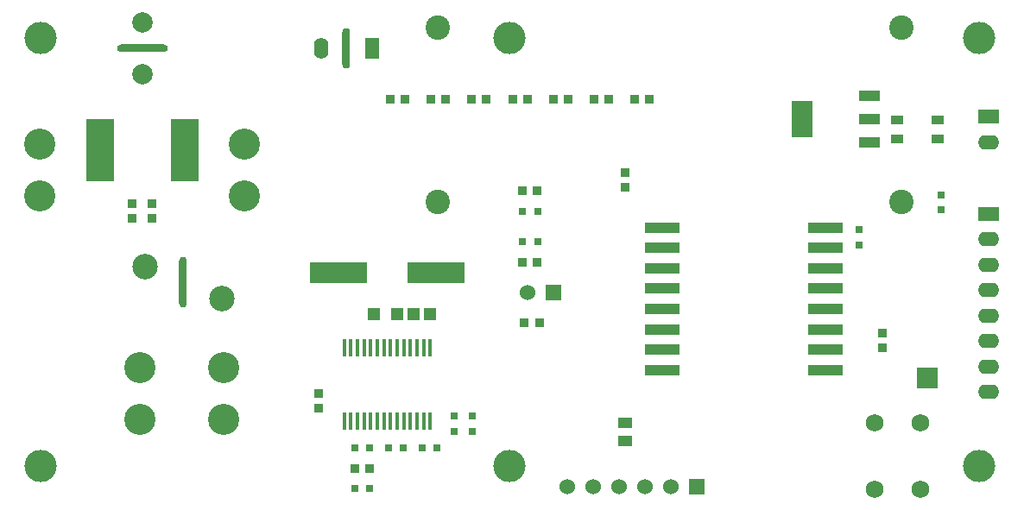
<source format=gts>
G04 #@! TF.FileFunction,Soldermask,Top*
%FSLAX46Y46*%
G04 Gerber Fmt 4.6, Leading zero omitted, Abs format (unit mm)*
G04 Created by KiCad (PCBNEW (2015-08-16 BZR 6096)-product) date Wed 23 Sep 2015 10:28:05 PDT*
%MOMM*%
G01*
G04 APERTURE LIST*
%ADD10C,0.152400*%
%ADD11R,1.300000X0.900000*%
%ADD12R,0.800000X0.800000*%
%ADD13R,2.100000X1.400000*%
%ADD14O,2.100000X1.400000*%
%ADD15R,1.524000X1.524000*%
%ADD16C,1.524000*%
%ADD17R,0.950000X0.950000*%
%ADD18R,2.700000X6.200000*%
%ADD19R,1.400000X1.100000*%
%ADD20C,1.750000*%
%ADD21R,2.032000X2.032000*%
%ADD22R,1.270000X1.270000*%
%ADD23R,2.032000X3.657600*%
%ADD24R,2.032000X1.016000*%
%ADD25R,0.400000X1.750000*%
%ADD26R,3.500000X1.000000*%
%ADD27R,5.600000X2.100000*%
%ADD28R,1.400000X2.100000*%
%ADD29O,1.400000X2.100000*%
%ADD30O,0.762000X4.000000*%
%ADD31C,1.998980*%
%ADD32O,5.000000X0.762000*%
%ADD33C,2.500000*%
%ADD34O,0.762000X5.000000*%
%ADD35C,3.048000*%
%ADD36C,3.175000*%
%ADD37C,2.400000*%
G04 APERTURE END LIST*
D10*
D11*
X201990000Y-87047500D03*
X201990000Y-88952500D03*
X197990000Y-87047500D03*
X197990000Y-88952500D03*
D12*
X151396000Y-119263000D03*
X152896000Y-119263000D03*
X148094000Y-119263000D03*
X149594000Y-119263000D03*
X161250000Y-96010000D03*
X162750000Y-96010000D03*
X161250000Y-99010000D03*
X162750000Y-99010000D03*
X144792000Y-123200000D03*
X146292000Y-123200000D03*
X146292000Y-119243000D03*
X144792000Y-119243000D03*
X156327000Y-116090000D03*
X156327000Y-117590000D03*
X154549000Y-116090000D03*
X154549000Y-117590000D03*
X202321000Y-95873000D03*
X202321000Y-94373000D03*
X194249200Y-97802000D03*
X194249200Y-99302000D03*
D13*
X207000000Y-86750000D03*
D14*
X207000000Y-89250000D03*
D15*
X164270000Y-104000000D03*
D16*
X161730000Y-104000000D03*
D14*
X207000000Y-98750000D03*
X207000000Y-101250000D03*
D13*
X207000000Y-96250000D03*
D14*
X207000000Y-103750000D03*
X207000000Y-106250000D03*
X207000000Y-108750000D03*
X207000000Y-111250000D03*
X207000000Y-113750000D03*
D15*
X178350000Y-123000000D03*
D16*
X175810000Y-123000000D03*
X173270000Y-123000000D03*
X170730000Y-123000000D03*
X168190000Y-123000000D03*
X165650000Y-123000000D03*
D17*
X148275000Y-85010000D03*
X149725000Y-85010000D03*
X152275000Y-85010000D03*
X153725000Y-85010000D03*
X156275000Y-85010000D03*
X157725000Y-85010000D03*
X122962000Y-96725000D03*
X122962000Y-95275000D03*
D18*
X119802000Y-90000000D03*
X128102000Y-90000000D03*
D17*
X160275000Y-85010000D03*
X161725000Y-85010000D03*
X124962000Y-96725000D03*
X124962000Y-95275000D03*
X164275000Y-85010000D03*
X165725000Y-85010000D03*
X168275000Y-85010000D03*
X169725000Y-85010000D03*
X172275000Y-85010000D03*
X173725000Y-85010000D03*
X161275000Y-94010000D03*
X162725000Y-94010000D03*
X161275000Y-101010000D03*
X162725000Y-101010000D03*
X144817000Y-121295000D03*
X146267000Y-121295000D03*
D19*
X171287600Y-116777800D03*
X171287600Y-118527800D03*
D17*
X196586000Y-107987000D03*
X196586000Y-109437000D03*
X161454000Y-106944000D03*
X162904000Y-106944000D03*
X171313000Y-92239000D03*
X171313000Y-93689000D03*
D20*
X195750000Y-116750000D03*
X200250000Y-116750000D03*
X195750000Y-123250000D03*
X200250000Y-123250000D03*
D21*
X200914000Y-112395000D03*
D22*
X150571200Y-106070400D03*
X148945600Y-106070400D03*
X146710400Y-106070400D03*
X152196800Y-106070400D03*
D23*
X188698000Y-87000000D03*
D24*
X195302000Y-87000000D03*
X195302000Y-84714000D03*
X195302000Y-89286000D03*
D25*
X143775000Y-116600000D03*
X144425000Y-116600000D03*
X145075000Y-116600000D03*
X145725000Y-116600000D03*
X146375000Y-116600000D03*
X147025000Y-116600000D03*
X147675000Y-116600000D03*
X148325000Y-116600000D03*
X148975000Y-116600000D03*
X149625000Y-116600000D03*
X150275000Y-116600000D03*
X150925000Y-116600000D03*
X151575000Y-116600000D03*
X152225000Y-116600000D03*
X152225000Y-109400000D03*
X151575000Y-109400000D03*
X150925000Y-109400000D03*
X150275000Y-109400000D03*
X149625000Y-109400000D03*
X148975000Y-109400000D03*
X148325000Y-109400000D03*
X147675000Y-109400000D03*
X147025000Y-109400000D03*
X146375000Y-109400000D03*
X145725000Y-109400000D03*
X145075000Y-109400000D03*
X144425000Y-109400000D03*
X143775000Y-109400000D03*
D26*
X191000000Y-111600000D03*
X191000000Y-109600000D03*
X191000000Y-107600000D03*
X191000000Y-105600000D03*
X191000000Y-103600000D03*
X191000000Y-101600000D03*
X191000000Y-99600000D03*
X191000000Y-97600000D03*
X175000000Y-97600000D03*
X175000000Y-99600000D03*
X175000000Y-101600000D03*
X175000000Y-103600000D03*
X175000000Y-105600000D03*
X175000000Y-107600000D03*
X175000000Y-109600000D03*
X175000000Y-111600000D03*
D27*
X143250000Y-102000000D03*
X152750000Y-102000000D03*
D17*
X141234000Y-115329800D03*
X141234000Y-113879800D03*
D28*
X146500000Y-80000000D03*
D29*
X141500000Y-80000000D03*
D30*
X144000000Y-80000000D03*
D31*
X124000000Y-82540000D03*
X124000000Y-77460000D03*
D32*
X124000000Y-80000000D03*
D33*
X131750000Y-104600000D03*
X124250000Y-101400000D03*
D34*
X128000000Y-103000000D03*
D35*
X131953000Y-116459000D03*
X131953000Y-111379000D03*
X123698000Y-116459000D03*
X123698000Y-111379000D03*
X113952000Y-94540000D03*
X113952000Y-89460000D03*
X133952000Y-94540000D03*
X133952000Y-89460000D03*
D36*
X206000000Y-79000000D03*
X206000000Y-121000000D03*
X114000000Y-121000000D03*
X114000000Y-79000000D03*
X160000000Y-79000000D03*
X160000000Y-121000000D03*
D37*
X198399400Y-77978000D03*
X152984200Y-77978000D03*
X198399400Y-95123000D03*
X152984200Y-95123000D03*
M02*

</source>
